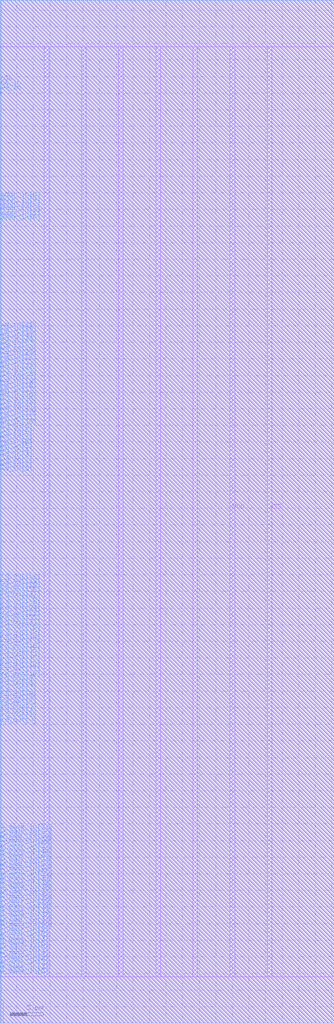
<source format=lef>
VERSION 5.7 ;
BUSBITCHARS "[]" ;
MACRO fakeram45_64x32_bottom
  FOREIGN fakeram45_64x32_bottom 0 0 ;
  SYMMETRY X Y R90 ;
  SIZE 0.19 BY 1.4 ;
  CLASS BLOCK ;
  PIN w_mask_in[0]
    DIRECTION INPUT ;
    USE SIGNAL ;
    SHAPE ABUTMENT ;
    PORT
      LAYER metal3 ;
      RECT 0.000 2.800 0.070 2.870 ;
    END
  END w_mask_in[0]
  PIN w_mask_in[1]
    DIRECTION INPUT ;
    USE SIGNAL ;
    SHAPE ABUTMENT ;
    PORT
      LAYER metal3 ;
      RECT 0.000 3.080 0.070 3.150 ;
    END
  END w_mask_in[1]
  PIN w_mask_in[2]
    DIRECTION INPUT ;
    USE SIGNAL ;
    SHAPE ABUTMENT ;
    PORT
      LAYER metal3 ;
      RECT 0.000 3.360 0.070 3.430 ;
    END
  END w_mask_in[2]
  PIN w_mask_in[3]
    DIRECTION INPUT ;
    USE SIGNAL ;
    SHAPE ABUTMENT ;
    PORT
      LAYER metal3 ;
      RECT 0.000 3.640 0.070 3.710 ;
    END
  END w_mask_in[3]
  PIN w_mask_in[4]
    DIRECTION INPUT ;
    USE SIGNAL ;
    SHAPE ABUTMENT ;
    PORT
      LAYER metal3 ;
      RECT 0.000 3.920 0.070 3.990 ;
    END
  END w_mask_in[4]
  PIN w_mask_in[5]
    DIRECTION INPUT ;
    USE SIGNAL ;
    SHAPE ABUTMENT ;
    PORT
      LAYER metal3 ;
      RECT 0.000 4.200 0.070 4.270 ;
    END
  END w_mask_in[5]
  PIN w_mask_in[6]
    DIRECTION INPUT ;
    USE SIGNAL ;
    SHAPE ABUTMENT ;
    PORT
      LAYER metal3 ;
      RECT 0.000 4.480 0.070 4.550 ;
    END
  END w_mask_in[6]
  PIN w_mask_in[7]
    DIRECTION INPUT ;
    USE SIGNAL ;
    SHAPE ABUTMENT ;
    PORT
      LAYER metal3 ;
      RECT 0.000 4.760 0.070 4.830 ;
    END
  END w_mask_in[7]
  PIN w_mask_in[8]
    DIRECTION INPUT ;
    USE SIGNAL ;
    SHAPE ABUTMENT ;
    PORT
      LAYER metal3 ;
      RECT 0.000 5.040 0.070 5.110 ;
    END
  END w_mask_in[8]
  PIN w_mask_in[9]
    DIRECTION INPUT ;
    USE SIGNAL ;
    SHAPE ABUTMENT ;
    PORT
      LAYER metal3 ;
      RECT 0.000 5.320 0.070 5.390 ;
    END
  END w_mask_in[9]
  PIN w_mask_in[10]
    DIRECTION INPUT ;
    USE SIGNAL ;
    SHAPE ABUTMENT ;
    PORT
      LAYER metal3 ;
      RECT 0.000 5.600 0.070 5.670 ;
    END
  END w_mask_in[10]
  PIN w_mask_in[11]
    DIRECTION INPUT ;
    USE SIGNAL ;
    SHAPE ABUTMENT ;
    PORT
      LAYER metal3 ;
      RECT 0.000 5.880 0.070 5.950 ;
    END
  END w_mask_in[11]
  PIN w_mask_in[12]
    DIRECTION INPUT ;
    USE SIGNAL ;
    SHAPE ABUTMENT ;
    PORT
      LAYER metal3 ;
      RECT 0.000 6.160 0.070 6.230 ;
    END
  END w_mask_in[12]
  PIN w_mask_in[13]
    DIRECTION INPUT ;
    USE SIGNAL ;
    SHAPE ABUTMENT ;
    PORT
      LAYER metal3 ;
      RECT 0.000 6.440 0.070 6.510 ;
    END
  END w_mask_in[13]
  PIN w_mask_in[14]
    DIRECTION INPUT ;
    USE SIGNAL ;
    SHAPE ABUTMENT ;
    PORT
      LAYER metal3 ;
      RECT 0.000 6.720 0.070 6.790 ;
    END
  END w_mask_in[14]
  PIN w_mask_in[15]
    DIRECTION INPUT ;
    USE SIGNAL ;
    SHAPE ABUTMENT ;
    PORT
      LAYER metal3 ;
      RECT 0.000 7.000 0.070 7.070 ;
    END
  END w_mask_in[15]
  PIN w_mask_in[16]
    DIRECTION INPUT ;
    USE SIGNAL ;
    SHAPE ABUTMENT ;
    PORT
      LAYER metal3 ;
      RECT 0.000 7.280 0.070 7.350 ;
    END
  END w_mask_in[16]
  PIN w_mask_in[17]
    DIRECTION INPUT ;
    USE SIGNAL ;
    SHAPE ABUTMENT ;
    PORT
      LAYER metal3 ;
      RECT 0.000 7.560 0.070 7.630 ;
    END
  END w_mask_in[17]
  PIN w_mask_in[18]
    DIRECTION INPUT ;
    USE SIGNAL ;
    SHAPE ABUTMENT ;
    PORT
      LAYER metal3 ;
      RECT 0.000 7.840 0.070 7.910 ;
    END
  END w_mask_in[18]
  PIN w_mask_in[19]
    DIRECTION INPUT ;
    USE SIGNAL ;
    SHAPE ABUTMENT ;
    PORT
      LAYER metal3 ;
      RECT 0.000 8.120 0.070 8.190 ;
    END
  END w_mask_in[19]
  PIN w_mask_in[20]
    DIRECTION INPUT ;
    USE SIGNAL ;
    SHAPE ABUTMENT ;
    PORT
      LAYER metal3 ;
      RECT 0.000 8.400 0.070 8.470 ;
    END
  END w_mask_in[20]
  PIN w_mask_in[21]
    DIRECTION INPUT ;
    USE SIGNAL ;
    SHAPE ABUTMENT ;
    PORT
      LAYER metal3 ;
      RECT 0.000 8.680 0.070 8.750 ;
    END
  END w_mask_in[21]
  PIN w_mask_in[22]
    DIRECTION INPUT ;
    USE SIGNAL ;
    SHAPE ABUTMENT ;
    PORT
      LAYER metal3 ;
      RECT 0.000 8.960 0.070 9.030 ;
    END
  END w_mask_in[22]
  PIN w_mask_in[23]
    DIRECTION INPUT ;
    USE SIGNAL ;
    SHAPE ABUTMENT ;
    PORT
      LAYER metal3 ;
      RECT 0.000 9.240 0.070 9.310 ;
    END
  END w_mask_in[23]
  PIN w_mask_in[24]
    DIRECTION INPUT ;
    USE SIGNAL ;
    SHAPE ABUTMENT ;
    PORT
      LAYER metal3 ;
      RECT 0.000 9.520 0.070 9.590 ;
    END
  END w_mask_in[24]
  PIN w_mask_in[25]
    DIRECTION INPUT ;
    USE SIGNAL ;
    SHAPE ABUTMENT ;
    PORT
      LAYER metal3 ;
      RECT 0.000 9.800 0.070 9.870 ;
    END
  END w_mask_in[25]
  PIN w_mask_in[26]
    DIRECTION INPUT ;
    USE SIGNAL ;
    SHAPE ABUTMENT ;
    PORT
      LAYER metal3 ;
      RECT 0.000 10.080 0.070 10.150 ;
    END
  END w_mask_in[26]
  PIN w_mask_in[27]
    DIRECTION INPUT ;
    USE SIGNAL ;
    SHAPE ABUTMENT ;
    PORT
      LAYER metal3 ;
      RECT 0.000 10.360 0.070 10.430 ;
    END
  END w_mask_in[27]
  PIN w_mask_in[28]
    DIRECTION INPUT ;
    USE SIGNAL ;
    SHAPE ABUTMENT ;
    PORT
      LAYER metal3 ;
      RECT 0.000 10.640 0.070 10.710 ;
    END
  END w_mask_in[28]
  PIN w_mask_in[29]
    DIRECTION INPUT ;
    USE SIGNAL ;
    SHAPE ABUTMENT ;
    PORT
      LAYER metal3 ;
      RECT 0.000 10.920 0.070 10.990 ;
    END
  END w_mask_in[29]
  PIN w_mask_in[30]
    DIRECTION INPUT ;
    USE SIGNAL ;
    SHAPE ABUTMENT ;
    PORT
      LAYER metal3 ;
      RECT 0.000 11.200 0.070 11.270 ;
    END
  END w_mask_in[30]
  PIN w_mask_in[31]
    DIRECTION INPUT ;
    USE SIGNAL ;
    SHAPE ABUTMENT ;
    PORT
      LAYER metal3 ;
      RECT 0.000 11.480 0.070 11.550 ;
    END
  END w_mask_in[31]
  PIN rd_out[0]
    DIRECTION OUTPUT ;
    USE SIGNAL ;
    SHAPE ABUTMENT ;
    PORT
      LAYER metal3 ;
      RECT 0.000 17.920 0.070 17.990 ;
    END
  END rd_out[0]
  PIN rd_out[1]
    DIRECTION OUTPUT ;
    USE SIGNAL ;
    SHAPE ABUTMENT ;
    PORT
      LAYER metal3 ;
      RECT 0.000 18.200 0.070 18.270 ;
    END
  END rd_out[1]
  PIN rd_out[2]
    DIRECTION OUTPUT ;
    USE SIGNAL ;
    SHAPE ABUTMENT ;
    PORT
      LAYER metal3 ;
      RECT 0.000 18.480 0.070 18.550 ;
    END
  END rd_out[2]
  PIN rd_out[3]
    DIRECTION OUTPUT ;
    USE SIGNAL ;
    SHAPE ABUTMENT ;
    PORT
      LAYER metal3 ;
      RECT 0.000 18.760 0.070 18.830 ;
    END
  END rd_out[3]
  PIN rd_out[4]
    DIRECTION OUTPUT ;
    USE SIGNAL ;
    SHAPE ABUTMENT ;
    PORT
      LAYER metal3 ;
      RECT 0.000 19.040 0.070 19.110 ;
    END
  END rd_out[4]
  PIN rd_out[5]
    DIRECTION OUTPUT ;
    USE SIGNAL ;
    SHAPE ABUTMENT ;
    PORT
      LAYER metal3 ;
      RECT 0.000 19.320 0.070 19.390 ;
    END
  END rd_out[5]
  PIN rd_out[6]
    DIRECTION OUTPUT ;
    USE SIGNAL ;
    SHAPE ABUTMENT ;
    PORT
      LAYER metal3 ;
      RECT 0.000 19.600 0.070 19.670 ;
    END
  END rd_out[6]
  PIN rd_out[7]
    DIRECTION OUTPUT ;
    USE SIGNAL ;
    SHAPE ABUTMENT ;
    PORT
      LAYER metal3 ;
      RECT 0.000 19.880 0.070 19.950 ;
    END
  END rd_out[7]
  PIN rd_out[8]
    DIRECTION OUTPUT ;
    USE SIGNAL ;
    SHAPE ABUTMENT ;
    PORT
      LAYER metal3 ;
      RECT 0.000 20.160 0.070 20.230 ;
    END
  END rd_out[8]
  PIN rd_out[9]
    DIRECTION OUTPUT ;
    USE SIGNAL ;
    SHAPE ABUTMENT ;
    PORT
      LAYER metal3 ;
      RECT 0.000 20.440 0.070 20.510 ;
    END
  END rd_out[9]
  PIN rd_out[10]
    DIRECTION OUTPUT ;
    USE SIGNAL ;
    SHAPE ABUTMENT ;
    PORT
      LAYER metal3 ;
      RECT 0.000 20.720 0.070 20.790 ;
    END
  END rd_out[10]
  PIN rd_out[11]
    DIRECTION OUTPUT ;
    USE SIGNAL ;
    SHAPE ABUTMENT ;
    PORT
      LAYER metal3 ;
      RECT 0.000 21.000 0.070 21.070 ;
    END
  END rd_out[11]
  PIN rd_out[12]
    DIRECTION OUTPUT ;
    USE SIGNAL ;
    SHAPE ABUTMENT ;
    PORT
      LAYER metal3 ;
      RECT 0.000 21.280 0.070 21.350 ;
    END
  END rd_out[12]
  PIN rd_out[13]
    DIRECTION OUTPUT ;
    USE SIGNAL ;
    SHAPE ABUTMENT ;
    PORT
      LAYER metal3 ;
      RECT 0.000 21.560 0.070 21.630 ;
    END
  END rd_out[13]
  PIN rd_out[14]
    DIRECTION OUTPUT ;
    USE SIGNAL ;
    SHAPE ABUTMENT ;
    PORT
      LAYER metal3 ;
      RECT 0.000 21.840 0.070 21.910 ;
    END
  END rd_out[14]
  PIN rd_out[15]
    DIRECTION OUTPUT ;
    USE SIGNAL ;
    SHAPE ABUTMENT ;
    PORT
      LAYER metal3 ;
      RECT 0.000 22.120 0.070 22.190 ;
    END
  END rd_out[15]
  PIN rd_out[16]
    DIRECTION OUTPUT ;
    USE SIGNAL ;
    SHAPE ABUTMENT ;
    PORT
      LAYER metal3 ;
      RECT 0.000 22.400 0.070 22.470 ;
    END
  END rd_out[16]
  PIN rd_out[17]
    DIRECTION OUTPUT ;
    USE SIGNAL ;
    SHAPE ABUTMENT ;
    PORT
      LAYER metal3 ;
      RECT 0.000 22.680 0.070 22.750 ;
    END
  END rd_out[17]
  PIN rd_out[18]
    DIRECTION OUTPUT ;
    USE SIGNAL ;
    SHAPE ABUTMENT ;
    PORT
      LAYER metal3 ;
      RECT 0.000 22.960 0.070 23.030 ;
    END
  END rd_out[18]
  PIN rd_out[19]
    DIRECTION OUTPUT ;
    USE SIGNAL ;
    SHAPE ABUTMENT ;
    PORT
      LAYER metal3 ;
      RECT 0.000 23.240 0.070 23.310 ;
    END
  END rd_out[19]
  PIN rd_out[20]
    DIRECTION OUTPUT ;
    USE SIGNAL ;
    SHAPE ABUTMENT ;
    PORT
      LAYER metal3 ;
      RECT 0.000 23.520 0.070 23.590 ;
    END
  END rd_out[20]
  PIN rd_out[21]
    DIRECTION OUTPUT ;
    USE SIGNAL ;
    SHAPE ABUTMENT ;
    PORT
      LAYER metal3 ;
      RECT 0.000 23.800 0.070 23.870 ;
    END
  END rd_out[21]
  PIN rd_out[22]
    DIRECTION OUTPUT ;
    USE SIGNAL ;
    SHAPE ABUTMENT ;
    PORT
      LAYER metal3 ;
      RECT 0.000 24.080 0.070 24.150 ;
    END
  END rd_out[22]
  PIN rd_out[23]
    DIRECTION OUTPUT ;
    USE SIGNAL ;
    SHAPE ABUTMENT ;
    PORT
      LAYER metal3 ;
      RECT 0.000 24.360 0.070 24.430 ;
    END
  END rd_out[23]
  PIN rd_out[24]
    DIRECTION OUTPUT ;
    USE SIGNAL ;
    SHAPE ABUTMENT ;
    PORT
      LAYER metal3 ;
      RECT 0.000 24.640 0.070 24.710 ;
    END
  END rd_out[24]
  PIN rd_out[25]
    DIRECTION OUTPUT ;
    USE SIGNAL ;
    SHAPE ABUTMENT ;
    PORT
      LAYER metal3 ;
      RECT 0.000 24.920 0.070 24.990 ;
    END
  END rd_out[25]
  PIN rd_out[26]
    DIRECTION OUTPUT ;
    USE SIGNAL ;
    SHAPE ABUTMENT ;
    PORT
      LAYER metal3 ;
      RECT 0.000 25.200 0.070 25.270 ;
    END
  END rd_out[26]
  PIN rd_out[27]
    DIRECTION OUTPUT ;
    USE SIGNAL ;
    SHAPE ABUTMENT ;
    PORT
      LAYER metal3 ;
      RECT 0.000 25.480 0.070 25.550 ;
    END
  END rd_out[27]
  PIN rd_out[28]
    DIRECTION OUTPUT ;
    USE SIGNAL ;
    SHAPE ABUTMENT ;
    PORT
      LAYER metal3 ;
      RECT 0.000 25.760 0.070 25.830 ;
    END
  END rd_out[28]
  PIN rd_out[29]
    DIRECTION OUTPUT ;
    USE SIGNAL ;
    SHAPE ABUTMENT ;
    PORT
      LAYER metal3 ;
      RECT 0.000 26.040 0.070 26.110 ;
    END
  END rd_out[29]
  PIN rd_out[30]
    DIRECTION OUTPUT ;
    USE SIGNAL ;
    SHAPE ABUTMENT ;
    PORT
      LAYER metal3 ;
      RECT 0.000 26.320 0.070 26.390 ;
    END
  END rd_out[30]
  PIN rd_out[31]
    DIRECTION OUTPUT ;
    USE SIGNAL ;
    SHAPE ABUTMENT ;
    PORT
      LAYER metal3 ;
      RECT 0.000 26.600 0.070 26.670 ;
    END
  END rd_out[31]
  PIN wd_in[0]
    DIRECTION INPUT ;
    USE SIGNAL ;
    SHAPE ABUTMENT ;
    PORT
      LAYER metal3 ;
      RECT 0.000 33.040 0.070 33.110 ;
    END
  END wd_in[0]
  PIN wd_in[1]
    DIRECTION INPUT ;
    USE SIGNAL ;
    SHAPE ABUTMENT ;
    PORT
      LAYER metal3 ;
      RECT 0.000 33.320 0.070 33.390 ;
    END
  END wd_in[1]
  PIN wd_in[2]
    DIRECTION INPUT ;
    USE SIGNAL ;
    SHAPE ABUTMENT ;
    PORT
      LAYER metal3 ;
      RECT 0.000 33.600 0.070 33.670 ;
    END
  END wd_in[2]
  PIN wd_in[3]
    DIRECTION INPUT ;
    USE SIGNAL ;
    SHAPE ABUTMENT ;
    PORT
      LAYER metal3 ;
      RECT 0.000 33.880 0.070 33.950 ;
    END
  END wd_in[3]
  PIN wd_in[4]
    DIRECTION INPUT ;
    USE SIGNAL ;
    SHAPE ABUTMENT ;
    PORT
      LAYER metal3 ;
      RECT 0.000 34.160 0.070 34.230 ;
    END
  END wd_in[4]
  PIN wd_in[5]
    DIRECTION INPUT ;
    USE SIGNAL ;
    SHAPE ABUTMENT ;
    PORT
      LAYER metal3 ;
      RECT 0.000 34.440 0.070 34.510 ;
    END
  END wd_in[5]
  PIN wd_in[6]
    DIRECTION INPUT ;
    USE SIGNAL ;
    SHAPE ABUTMENT ;
    PORT
      LAYER metal3 ;
      RECT 0.000 34.720 0.070 34.790 ;
    END
  END wd_in[6]
  PIN wd_in[7]
    DIRECTION INPUT ;
    USE SIGNAL ;
    SHAPE ABUTMENT ;
    PORT
      LAYER metal3 ;
      RECT 0.000 35.000 0.070 35.070 ;
    END
  END wd_in[7]
  PIN wd_in[8]
    DIRECTION INPUT ;
    USE SIGNAL ;
    SHAPE ABUTMENT ;
    PORT
      LAYER metal3 ;
      RECT 0.000 35.280 0.070 35.350 ;
    END
  END wd_in[8]
  PIN wd_in[9]
    DIRECTION INPUT ;
    USE SIGNAL ;
    SHAPE ABUTMENT ;
    PORT
      LAYER metal3 ;
      RECT 0.000 35.560 0.070 35.630 ;
    END
  END wd_in[9]
  PIN wd_in[10]
    DIRECTION INPUT ;
    USE SIGNAL ;
    SHAPE ABUTMENT ;
    PORT
      LAYER metal3 ;
      RECT 0.000 35.840 0.070 35.910 ;
    END
  END wd_in[10]
  PIN wd_in[11]
    DIRECTION INPUT ;
    USE SIGNAL ;
    SHAPE ABUTMENT ;
    PORT
      LAYER metal3 ;
      RECT 0.000 36.120 0.070 36.190 ;
    END
  END wd_in[11]
  PIN wd_in[12]
    DIRECTION INPUT ;
    USE SIGNAL ;
    SHAPE ABUTMENT ;
    PORT
      LAYER metal3 ;
      RECT 0.000 36.400 0.070 36.470 ;
    END
  END wd_in[12]
  PIN wd_in[13]
    DIRECTION INPUT ;
    USE SIGNAL ;
    SHAPE ABUTMENT ;
    PORT
      LAYER metal3 ;
      RECT 0.000 36.680 0.070 36.750 ;
    END
  END wd_in[13]
  PIN wd_in[14]
    DIRECTION INPUT ;
    USE SIGNAL ;
    SHAPE ABUTMENT ;
    PORT
      LAYER metal3 ;
      RECT 0.000 36.960 0.070 37.030 ;
    END
  END wd_in[14]
  PIN wd_in[15]
    DIRECTION INPUT ;
    USE SIGNAL ;
    SHAPE ABUTMENT ;
    PORT
      LAYER metal3 ;
      RECT 0.000 37.240 0.070 37.310 ;
    END
  END wd_in[15]
  PIN wd_in[16]
    DIRECTION INPUT ;
    USE SIGNAL ;
    SHAPE ABUTMENT ;
    PORT
      LAYER metal3 ;
      RECT 0.000 37.520 0.070 37.590 ;
    END
  END wd_in[16]
  PIN wd_in[17]
    DIRECTION INPUT ;
    USE SIGNAL ;
    SHAPE ABUTMENT ;
    PORT
      LAYER metal3 ;
      RECT 0.000 37.800 0.070 37.870 ;
    END
  END wd_in[17]
  PIN wd_in[18]
    DIRECTION INPUT ;
    USE SIGNAL ;
    SHAPE ABUTMENT ;
    PORT
      LAYER metal3 ;
      RECT 0.000 38.080 0.070 38.150 ;
    END
  END wd_in[18]
  PIN wd_in[19]
    DIRECTION INPUT ;
    USE SIGNAL ;
    SHAPE ABUTMENT ;
    PORT
      LAYER metal3 ;
      RECT 0.000 38.360 0.070 38.430 ;
    END
  END wd_in[19]
  PIN wd_in[20]
    DIRECTION INPUT ;
    USE SIGNAL ;
    SHAPE ABUTMENT ;
    PORT
      LAYER metal3 ;
      RECT 0.000 38.640 0.070 38.710 ;
    END
  END wd_in[20]
  PIN wd_in[21]
    DIRECTION INPUT ;
    USE SIGNAL ;
    SHAPE ABUTMENT ;
    PORT
      LAYER metal3 ;
      RECT 0.000 38.920 0.070 38.990 ;
    END
  END wd_in[21]
  PIN wd_in[22]
    DIRECTION INPUT ;
    USE SIGNAL ;
    SHAPE ABUTMENT ;
    PORT
      LAYER metal3 ;
      RECT 0.000 39.200 0.070 39.270 ;
    END
  END wd_in[22]
  PIN wd_in[23]
    DIRECTION INPUT ;
    USE SIGNAL ;
    SHAPE ABUTMENT ;
    PORT
      LAYER metal3 ;
      RECT 0.000 39.480 0.070 39.550 ;
    END
  END wd_in[23]
  PIN wd_in[24]
    DIRECTION INPUT ;
    USE SIGNAL ;
    SHAPE ABUTMENT ;
    PORT
      LAYER metal3 ;
      RECT 0.000 39.760 0.070 39.830 ;
    END
  END wd_in[24]
  PIN wd_in[25]
    DIRECTION INPUT ;
    USE SIGNAL ;
    SHAPE ABUTMENT ;
    PORT
      LAYER metal3 ;
      RECT 0.000 40.040 0.070 40.110 ;
    END
  END wd_in[25]
  PIN wd_in[26]
    DIRECTION INPUT ;
    USE SIGNAL ;
    SHAPE ABUTMENT ;
    PORT
      LAYER metal3 ;
      RECT 0.000 40.320 0.070 40.390 ;
    END
  END wd_in[26]
  PIN wd_in[27]
    DIRECTION INPUT ;
    USE SIGNAL ;
    SHAPE ABUTMENT ;
    PORT
      LAYER metal3 ;
      RECT 0.000 40.600 0.070 40.670 ;
    END
  END wd_in[27]
  PIN wd_in[28]
    DIRECTION INPUT ;
    USE SIGNAL ;
    SHAPE ABUTMENT ;
    PORT
      LAYER metal3 ;
      RECT 0.000 40.880 0.070 40.950 ;
    END
  END wd_in[28]
  PIN wd_in[29]
    DIRECTION INPUT ;
    USE SIGNAL ;
    SHAPE ABUTMENT ;
    PORT
      LAYER metal3 ;
      RECT 0.000 41.160 0.070 41.230 ;
    END
  END wd_in[29]
  PIN wd_in[30]
    DIRECTION INPUT ;
    USE SIGNAL ;
    SHAPE ABUTMENT ;
    PORT
      LAYER metal3 ;
      RECT 0.000 41.440 0.070 41.510 ;
    END
  END wd_in[30]
  PIN wd_in[31]
    DIRECTION INPUT ;
    USE SIGNAL ;
    SHAPE ABUTMENT ;
    PORT
      LAYER metal3 ;
      RECT 0.000 41.720 0.070 41.790 ;
    END
  END wd_in[31]
  PIN addr_in[0]
    DIRECTION INPUT ;
    USE SIGNAL ;
    SHAPE ABUTMENT ;
    PORT
      LAYER metal3 ;
      RECT 0.000 48.160 0.070 48.230 ;
    END
  END addr_in[0]
  PIN addr_in[1]
    DIRECTION INPUT ;
    USE SIGNAL ;
    SHAPE ABUTMENT ;
    PORT
      LAYER metal3 ;
      RECT 0.000 48.440 0.070 48.510 ;
    END
  END addr_in[1]
  PIN addr_in[2]
    DIRECTION INPUT ;
    USE SIGNAL ;
    SHAPE ABUTMENT ;
    PORT
      LAYER metal3 ;
      RECT 0.000 48.720 0.070 48.790 ;
    END
  END addr_in[2]
  PIN addr_in[3]
    DIRECTION INPUT ;
    USE SIGNAL ;
    SHAPE ABUTMENT ;
    PORT
      LAYER metal3 ;
      RECT 0.000 49.000 0.070 49.070 ;
    END
  END addr_in[3]
  PIN addr_in[4]
    DIRECTION INPUT ;
    USE SIGNAL ;
    SHAPE ABUTMENT ;
    PORT
      LAYER metal3 ;
      RECT 0.000 49.280 0.070 49.350 ;
    END
  END addr_in[4]
  PIN addr_in[5]
    DIRECTION INPUT ;
    USE SIGNAL ;
    SHAPE ABUTMENT ;
    PORT
      LAYER metal3 ;
      RECT 0.000 49.560 0.070 49.630 ;
    END
  END addr_in[5]
  PIN we_in
    DIRECTION INPUT ;
    USE SIGNAL ;
    SHAPE ABUTMENT ;
    PORT
      LAYER metal3 ;
      RECT 0.000 56.000 0.070 56.070 ;
    END
  END we_in
  PIN ce_in
    DIRECTION INPUT ;
    USE SIGNAL ;
    SHAPE ABUTMENT ;
    PORT
      LAYER metal3 ;
      RECT 0.000 56.280 0.070 56.350 ;
    END
  END ce_in
  PIN clk
    DIRECTION INPUT ;
    USE SIGNAL ;
    SHAPE ABUTMENT ;
    PORT
      LAYER metal3 ;
      RECT 0.000 56.560 0.070 56.630 ;
    END
  END clk
  PIN VSS
    DIRECTION INOUT ;
    USE GROUND ;
    PORT
      LAYER metal17 ;
      RECT 2.660 2.800 2.940 58.800 ;
      RECT 7.140 2.800 7.420 58.800 ;
      RECT 11.620 2.800 11.900 58.800 ;
      RECT 16.100 2.800 16.380 58.800 ;
    END
  END VSS
  PIN VDD
    DIRECTION INOUT ;
    USE POWER ;
    PORT
      LAYER metal17 ;
      RECT 4.900 2.800 5.180 58.800 ;
      RECT 9.380 2.800 9.660 58.800 ;
      RECT 13.860 2.800 14.140 58.800 ;
    END
  END VDD
  OBS
    LAYER metal20 ;
    RECT 0 0 20.140 61.600 ;
    LAYER metal19 ;
    RECT 0 0 20.140 61.600 ;
    LAYER metal3 ;
    RECT 0.070 0 20.140 61.600 ;
    RECT 0 0.000 0.070 2.800 ;
    RECT 0 2.870 0.070 3.080 ;
    RECT 0 3.150 0.070 3.360 ;
    RECT 0 3.430 0.070 3.640 ;
    RECT 0 3.710 0.070 3.920 ;
    RECT 0 3.990 0.070 4.200 ;
    RECT 0 4.270 0.070 4.480 ;
    RECT 0 4.550 0.070 4.760 ;
    RECT 0 4.830 0.070 5.040 ;
    RECT 0 5.110 0.070 5.320 ;
    RECT 0 5.390 0.070 5.600 ;
    RECT 0 5.670 0.070 5.880 ;
    RECT 0 5.950 0.070 6.160 ;
    RECT 0 6.230 0.070 6.440 ;
    RECT 0 6.510 0.070 6.720 ;
    RECT 0 6.790 0.070 7.000 ;
    RECT 0 7.070 0.070 7.280 ;
    RECT 0 7.350 0.070 7.560 ;
    RECT 0 7.630 0.070 7.840 ;
    RECT 0 7.910 0.070 8.120 ;
    RECT 0 8.190 0.070 8.400 ;
    RECT 0 8.470 0.070 8.680 ;
    RECT 0 8.750 0.070 8.960 ;
    RECT 0 9.030 0.070 9.240 ;
    RECT 0 9.310 0.070 9.520 ;
    RECT 0 9.590 0.070 9.800 ;
    RECT 0 9.870 0.070 10.080 ;
    RECT 0 10.150 0.070 10.360 ;
    RECT 0 10.430 0.070 10.640 ;
    RECT 0 10.710 0.070 10.920 ;
    RECT 0 10.990 0.070 11.200 ;
    RECT 0 11.270 0.070 11.480 ;
    RECT 0 11.550 0.070 17.920 ;
    RECT 0 17.990 0.070 18.200 ;
    RECT 0 18.270 0.070 18.480 ;
    RECT 0 18.550 0.070 18.760 ;
    RECT 0 18.830 0.070 19.040 ;
    RECT 0 19.110 0.070 19.320 ;
    RECT 0 19.390 0.070 19.600 ;
    RECT 0 19.670 0.070 19.880 ;
    RECT 0 19.950 0.070 20.160 ;
    RECT 0 20.230 0.070 20.440 ;
    RECT 0 20.510 0.070 20.720 ;
    RECT 0 20.790 0.070 21.000 ;
    RECT 0 21.070 0.070 21.280 ;
    RECT 0 21.350 0.070 21.560 ;
    RECT 0 21.630 0.070 21.840 ;
    RECT 0 21.910 0.070 22.120 ;
    RECT 0 22.190 0.070 22.400 ;
    RECT 0 22.470 0.070 22.680 ;
    RECT 0 22.750 0.070 22.960 ;
    RECT 0 23.030 0.070 23.240 ;
    RECT 0 23.310 0.070 23.520 ;
    RECT 0 23.590 0.070 23.800 ;
    RECT 0 23.870 0.070 24.080 ;
    RECT 0 24.150 0.070 24.360 ;
    RECT 0 24.430 0.070 24.640 ;
    RECT 0 24.710 0.070 24.920 ;
    RECT 0 24.990 0.070 25.200 ;
    RECT 0 25.270 0.070 25.480 ;
    RECT 0 25.550 0.070 25.760 ;
    RECT 0 25.830 0.070 26.040 ;
    RECT 0 26.110 0.070 26.320 ;
    RECT 0 26.390 0.070 26.600 ;
    RECT 0 26.670 0.070 33.040 ;
    RECT 0 33.110 0.070 33.320 ;
    RECT 0 33.390 0.070 33.600 ;
    RECT 0 33.670 0.070 33.880 ;
    RECT 0 33.950 0.070 34.160 ;
    RECT 0 34.230 0.070 34.440 ;
    RECT 0 34.510 0.070 34.720 ;
    RECT 0 34.790 0.070 35.000 ;
    RECT 0 35.070 0.070 35.280 ;
    RECT 0 35.350 0.070 35.560 ;
    RECT 0 35.630 0.070 35.840 ;
    RECT 0 35.910 0.070 36.120 ;
    RECT 0 36.190 0.070 36.400 ;
    RECT 0 36.470 0.070 36.680 ;
    RECT 0 36.750 0.070 36.960 ;
    RECT 0 37.030 0.070 37.240 ;
    RECT 0 37.310 0.070 37.520 ;
    RECT 0 37.590 0.070 37.800 ;
    RECT 0 37.870 0.070 38.080 ;
    RECT 0 38.150 0.070 38.360 ;
    RECT 0 38.430 0.070 38.640 ;
    RECT 0 38.710 0.070 38.920 ;
    RECT 0 38.990 0.070 39.200 ;
    RECT 0 39.270 0.070 39.480 ;
    RECT 0 39.550 0.070 39.760 ;
    RECT 0 39.830 0.070 40.040 ;
    RECT 0 40.110 0.070 40.320 ;
    RECT 0 40.390 0.070 40.600 ;
    RECT 0 40.670 0.070 40.880 ;
    RECT 0 40.950 0.070 41.160 ;
    RECT 0 41.230 0.070 41.440 ;
    RECT 0 41.510 0.070 41.720 ;
    RECT 0 41.790 0.070 48.160 ;
    RECT 0 48.230 0.070 48.440 ;
    RECT 0 48.510 0.070 48.720 ;
    RECT 0 48.790 0.070 49.000 ;
    RECT 0 49.070 0.070 49.280 ;
    RECT 0 49.350 0.070 49.560 ;
    RECT 0 49.630 0.070 56.000 ;
    RECT 0 56.070 0.070 56.280 ;
    RECT 0 56.350 0.070 56.560 ;
    RECT 0 56.630 0.070 61.600 ;
    LAYER metal17 ;
    RECT 0 0 20.140 2.800 ;
    RECT 0 58.800 20.140 61.600 ;
    RECT 0.000 2.800 2.660 58.800 ;
    RECT 2.940 2.800 4.900 58.800 ;
    RECT 5.180 2.800 7.140 58.800 ;
    RECT 7.420 2.800 9.380 58.800 ;
    RECT 9.660 2.800 11.620 58.800 ;
    RECT 11.900 2.800 13.860 58.800 ;
    RECT 14.140 2.800 16.100 58.800 ;
    RECT 16.380 2.800 20.140 58.800 ;
  END
END fakeram45_64x32_bottom

END LIBRARY

</source>
